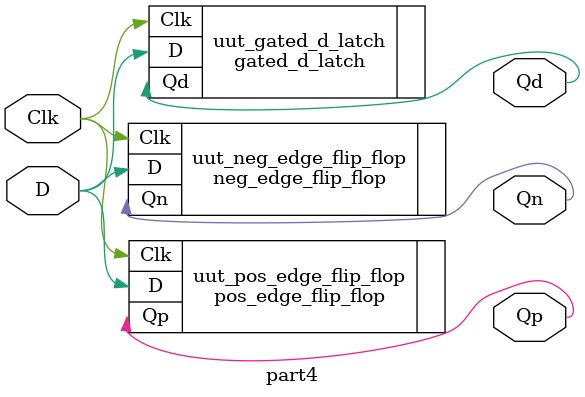
<source format=sv>
module part4(
  input wire Clk,
  input wire D,
  output reg Qd,
  output reg Qp,
  output reg Qn
);

  // Instantiate modules
  gated_d_latch uut_gated_d_latch (
    .Clk(Clk),
    .D(D),
    .Qd(Qd)
  );

  pos_edge_flip_flop uut_pos_edge_flip_flop (
    .Clk(Clk),
    .D(D),
    .Qp(Qp)
  );

  neg_edge_flip_flop uut_neg_edge_flip_flop (
    .Clk(Clk),
    .D(D),
    .Qn(Qn)
  );

endmodule

</source>
